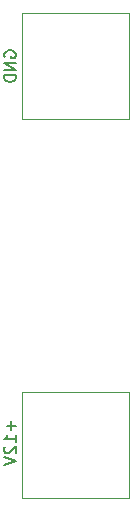
<source format=gbr>
%TF.GenerationSoftware,KiCad,Pcbnew,8.0.4*%
%TF.CreationDate,2024-08-25T13:27:35-07:00*%
%TF.ProjectId,EuroVan interior LED controller,4575726f-5661-46e2-9069-6e746572696f,rev?*%
%TF.SameCoordinates,Original*%
%TF.FileFunction,Legend,Bot*%
%TF.FilePolarity,Positive*%
%FSLAX46Y46*%
G04 Gerber Fmt 4.6, Leading zero omitted, Abs format (unit mm)*
G04 Created by KiCad (PCBNEW 8.0.4) date 2024-08-25 13:27:35*
%MOMM*%
%LPD*%
G01*
G04 APERTURE LIST*
%ADD10C,0.150000*%
%ADD11C,0.100000*%
G04 APERTURE END LIST*
D10*
X153493866Y-135028095D02*
X153493866Y-135790000D01*
X153874819Y-135409047D02*
X153112914Y-135409047D01*
X153874819Y-136789999D02*
X153874819Y-136218571D01*
X153874819Y-136504285D02*
X152874819Y-136504285D01*
X152874819Y-136504285D02*
X153017676Y-136409047D01*
X153017676Y-136409047D02*
X153112914Y-136313809D01*
X153112914Y-136313809D02*
X153160533Y-136218571D01*
X152970057Y-137170952D02*
X152922438Y-137218571D01*
X152922438Y-137218571D02*
X152874819Y-137313809D01*
X152874819Y-137313809D02*
X152874819Y-137551904D01*
X152874819Y-137551904D02*
X152922438Y-137647142D01*
X152922438Y-137647142D02*
X152970057Y-137694761D01*
X152970057Y-137694761D02*
X153065295Y-137742380D01*
X153065295Y-137742380D02*
X153160533Y-137742380D01*
X153160533Y-137742380D02*
X153303390Y-137694761D01*
X153303390Y-137694761D02*
X153874819Y-137123333D01*
X153874819Y-137123333D02*
X153874819Y-137742380D01*
X152874819Y-138028095D02*
X153874819Y-138361428D01*
X153874819Y-138361428D02*
X152874819Y-138694761D01*
X152922438Y-104198095D02*
X152874819Y-104102857D01*
X152874819Y-104102857D02*
X152874819Y-103960000D01*
X152874819Y-103960000D02*
X152922438Y-103817143D01*
X152922438Y-103817143D02*
X153017676Y-103721905D01*
X153017676Y-103721905D02*
X153112914Y-103674286D01*
X153112914Y-103674286D02*
X153303390Y-103626667D01*
X153303390Y-103626667D02*
X153446247Y-103626667D01*
X153446247Y-103626667D02*
X153636723Y-103674286D01*
X153636723Y-103674286D02*
X153731961Y-103721905D01*
X153731961Y-103721905D02*
X153827200Y-103817143D01*
X153827200Y-103817143D02*
X153874819Y-103960000D01*
X153874819Y-103960000D02*
X153874819Y-104055238D01*
X153874819Y-104055238D02*
X153827200Y-104198095D01*
X153827200Y-104198095D02*
X153779580Y-104245714D01*
X153779580Y-104245714D02*
X153446247Y-104245714D01*
X153446247Y-104245714D02*
X153446247Y-104055238D01*
X153874819Y-104674286D02*
X152874819Y-104674286D01*
X152874819Y-104674286D02*
X153874819Y-105245714D01*
X153874819Y-105245714D02*
X152874819Y-105245714D01*
X153874819Y-105721905D02*
X152874819Y-105721905D01*
X152874819Y-105721905D02*
X152874819Y-105960000D01*
X152874819Y-105960000D02*
X152922438Y-106102857D01*
X152922438Y-106102857D02*
X153017676Y-106198095D01*
X153017676Y-106198095D02*
X153112914Y-106245714D01*
X153112914Y-106245714D02*
X153303390Y-106293333D01*
X153303390Y-106293333D02*
X153446247Y-106293333D01*
X153446247Y-106293333D02*
X153636723Y-106245714D01*
X153636723Y-106245714D02*
X153731961Y-106198095D01*
X153731961Y-106198095D02*
X153827200Y-106102857D01*
X153827200Y-106102857D02*
X153874819Y-105960000D01*
X153874819Y-105960000D02*
X153874819Y-105721905D01*
%TO.C,TP1*%
D11*
X163420000Y-141540000D02*
X154420000Y-141540000D01*
X154420000Y-132540000D01*
X163420000Y-132540000D01*
X163420000Y-141540000D01*
%TO.C,TP2*%
X163420000Y-109460000D02*
X154420000Y-109460000D01*
X154420000Y-100460000D01*
X163420000Y-100460000D01*
X163420000Y-109460000D01*
%TD*%
M02*

</source>
